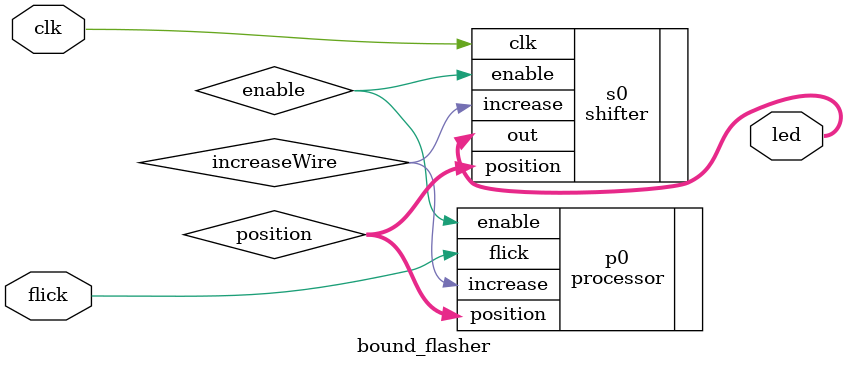
<source format=v>
module bound_flasher(led, flick, clk);
	output [15:0] led;
	
	input flick, clk;
	wire enable, increaseWire;
	wire [4:0]position;
		
	processor p0(.enable(enable), .increase(increaseWire), .position(position), .flick(flick));
	shifter s0(.out(led), .position(position), .enable(enable), .increase(increaseWire), .clk(clk));
	
endmodule 
</source>
